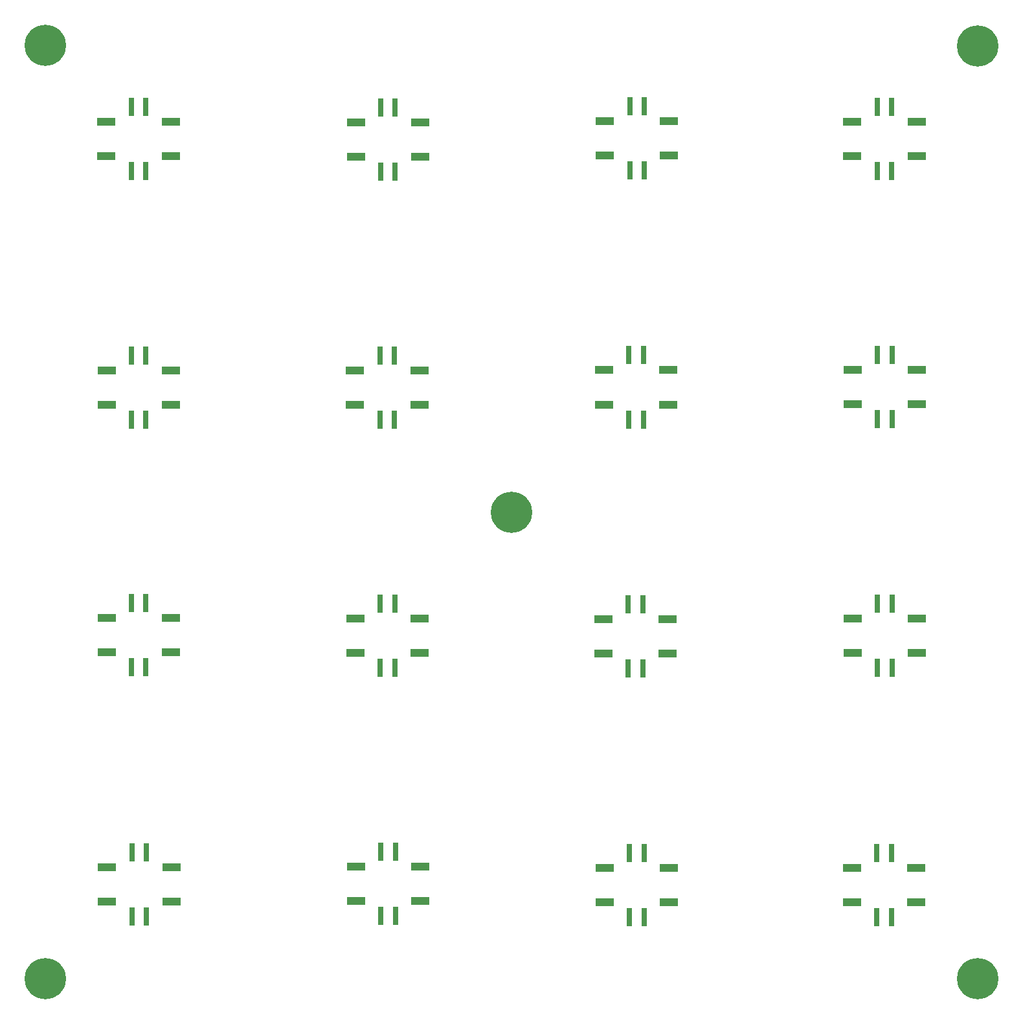
<source format=gts>
G04 #@! TF.GenerationSoftware,KiCad,Pcbnew,5.1.10*
G04 #@! TF.CreationDate,2021-05-13T00:12:51+02:00*
G04 #@! TF.ProjectId,btn-matrix,62746e2d-6d61-4747-9269-782e6b696361,rev?*
G04 #@! TF.SameCoordinates,Original*
G04 #@! TF.FileFunction,Soldermask,Top*
G04 #@! TF.FilePolarity,Negative*
%FSLAX46Y46*%
G04 Gerber Fmt 4.6, Leading zero omitted, Abs format (unit mm)*
G04 Created by KiCad (PCBNEW 5.1.10) date 2021-05-13 00:12:51*
%MOMM*%
%LPD*%
G01*
G04 APERTURE LIST*
%ADD10C,0.800000*%
%ADD11C,5.400000*%
%ADD12R,2.400000X1.000000*%
%ADD13R,0.800000X2.400000*%
G04 APERTURE END LIST*
D10*
X93836671Y-87643889D03*
X92404780Y-87050780D03*
X90972889Y-87643889D03*
X90379780Y-89075780D03*
X90972889Y-90507671D03*
X92404780Y-91100780D03*
X93836671Y-90507671D03*
X94429780Y-89075780D03*
D11*
X92404780Y-89075780D03*
D10*
X154836671Y-26643889D03*
X153404780Y-26050780D03*
X151972889Y-26643889D03*
X151379780Y-28075780D03*
X151972889Y-29507671D03*
X153404780Y-30100780D03*
X154836671Y-29507671D03*
X155429780Y-28075780D03*
D11*
X153404780Y-28075780D03*
D10*
X154836671Y-148643889D03*
X153404780Y-148050780D03*
X151972889Y-148643889D03*
X151379780Y-150075780D03*
X151972889Y-151507671D03*
X153404780Y-152100780D03*
X154836671Y-151507671D03*
X155429780Y-150075780D03*
D11*
X153404780Y-150075780D03*
D10*
X32836671Y-26568109D03*
X31404780Y-25975000D03*
X29972889Y-26568109D03*
X29379780Y-28000000D03*
X29972889Y-29431891D03*
X31404780Y-30025000D03*
X32836671Y-29431891D03*
X33429780Y-28000000D03*
D11*
X31404780Y-28000000D03*
D10*
X32863782Y-148643889D03*
X31431891Y-148050780D03*
X30000000Y-148643889D03*
X29406891Y-150075780D03*
X30000000Y-151507671D03*
X31431891Y-152100780D03*
X32863782Y-151507671D03*
X33456891Y-150075780D03*
D11*
X31431891Y-150075780D03*
D12*
X47841980Y-38031960D03*
X39441980Y-38031960D03*
X47841980Y-42531960D03*
X39441980Y-42531960D03*
D13*
X44591980Y-36081960D03*
X44591980Y-44481960D03*
X42691980Y-36081960D03*
X42691980Y-44481960D03*
X42774780Y-141900780D03*
X42774780Y-133500780D03*
X44674780Y-141900780D03*
X44674780Y-133500780D03*
D12*
X39524780Y-139950780D03*
X47924780Y-139950780D03*
X39524780Y-135450780D03*
X47924780Y-135450780D03*
D13*
X42705220Y-109318620D03*
X42705220Y-100918620D03*
X44605220Y-109318620D03*
X44605220Y-100918620D03*
D12*
X39455220Y-107368620D03*
X47855220Y-107368620D03*
X39455220Y-102868620D03*
X47855220Y-102868620D03*
D13*
X42701980Y-76961960D03*
X42701980Y-68561960D03*
X44601980Y-76961960D03*
X44601980Y-68561960D03*
D12*
X39451980Y-75011960D03*
X47851980Y-75011960D03*
X39451980Y-70511960D03*
X47851980Y-70511960D03*
X80464780Y-135410780D03*
X72064780Y-135410780D03*
X80464780Y-139910780D03*
X72064780Y-139910780D03*
D13*
X77214780Y-133460780D03*
X77214780Y-141860780D03*
X75314780Y-133460780D03*
X75314780Y-141860780D03*
X75235220Y-109428620D03*
X75235220Y-101028620D03*
X77135220Y-109428620D03*
X77135220Y-101028620D03*
D12*
X71985220Y-107478620D03*
X80385220Y-107478620D03*
X71985220Y-102978620D03*
X80385220Y-102978620D03*
X80351980Y-70536960D03*
X71951980Y-70536960D03*
X80351980Y-75036960D03*
X71951980Y-75036960D03*
D13*
X77101980Y-68586960D03*
X77101980Y-76986960D03*
X75201980Y-68586960D03*
X75201980Y-76986960D03*
D12*
X80451980Y-38101960D03*
X72051980Y-38101960D03*
X80451980Y-42601960D03*
X72051980Y-42601960D03*
D13*
X77201980Y-36151960D03*
X77201980Y-44551960D03*
X75301980Y-36151960D03*
X75301980Y-44551960D03*
X107854780Y-142000780D03*
X107854780Y-133600780D03*
X109754780Y-142000780D03*
X109754780Y-133600780D03*
D12*
X104604780Y-140050780D03*
X113004780Y-140050780D03*
X104604780Y-135550780D03*
X113004780Y-135550780D03*
D13*
X107685220Y-109478620D03*
X107685220Y-101078620D03*
X109585220Y-109478620D03*
X109585220Y-101078620D03*
D12*
X104435220Y-107528620D03*
X112835220Y-107528620D03*
X104435220Y-103028620D03*
X112835220Y-103028620D03*
D13*
X107744460Y-76931080D03*
X107744460Y-68531080D03*
X109644460Y-76931080D03*
X109644460Y-68531080D03*
D12*
X104494460Y-74981080D03*
X112894460Y-74981080D03*
X104494460Y-70481080D03*
X112894460Y-70481080D03*
X113012240Y-37962260D03*
X104612240Y-37962260D03*
X113012240Y-42462260D03*
X104612240Y-42462260D03*
D13*
X109762240Y-36012260D03*
X109762240Y-44412260D03*
X107862240Y-36012260D03*
X107862240Y-44412260D03*
X140179780Y-141975780D03*
X140179780Y-133575780D03*
X142079780Y-141975780D03*
X142079780Y-133575780D03*
D12*
X136929780Y-140025780D03*
X145329780Y-140025780D03*
X136929780Y-135525780D03*
X145329780Y-135525780D03*
X145425220Y-102928620D03*
X137025220Y-102928620D03*
X145425220Y-107428620D03*
X137025220Y-107428620D03*
D13*
X142175220Y-100978620D03*
X142175220Y-109378620D03*
X140275220Y-100978620D03*
X140275220Y-109378620D03*
D12*
X145411540Y-70455680D03*
X137011540Y-70455680D03*
X145411540Y-74955680D03*
X137011540Y-74955680D03*
D13*
X142161540Y-68505680D03*
X142161540Y-76905680D03*
X140261540Y-68505680D03*
X140261540Y-76905680D03*
D12*
X145382000Y-37990200D03*
X136982000Y-37990200D03*
X145382000Y-42490200D03*
X136982000Y-42490200D03*
D13*
X142132000Y-36040200D03*
X142132000Y-44440200D03*
X140232000Y-36040200D03*
X140232000Y-44440200D03*
M02*

</source>
